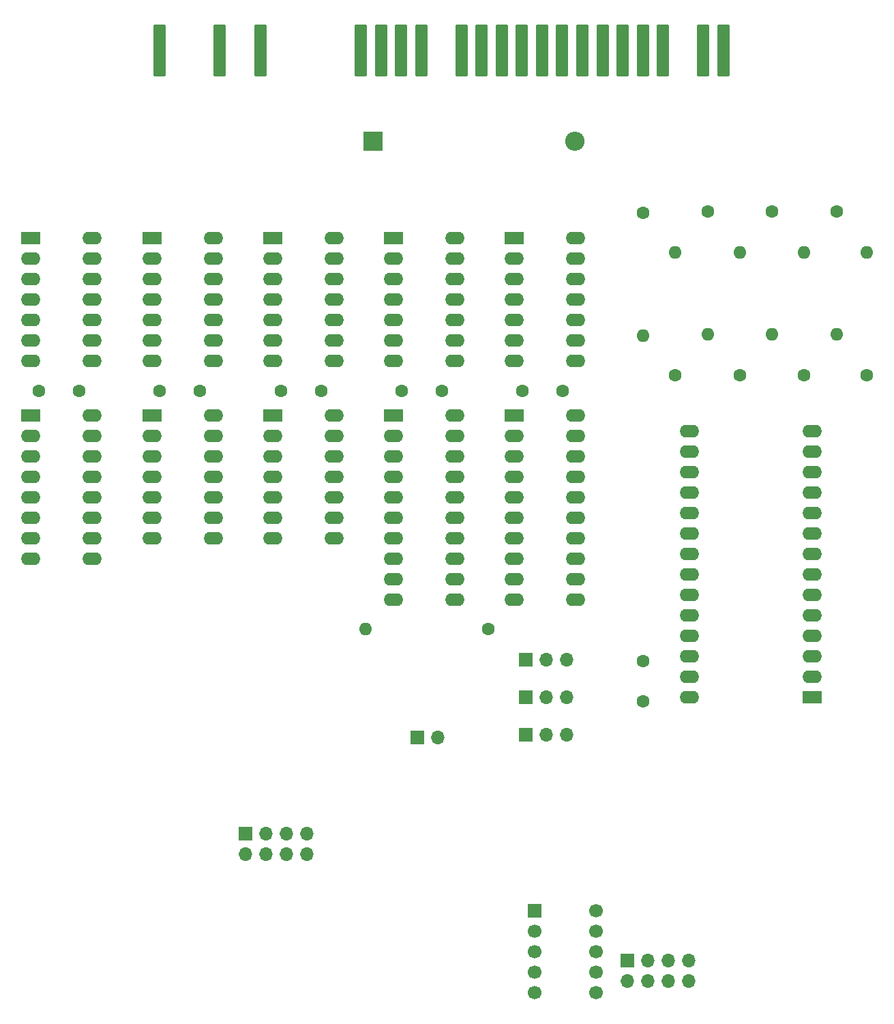
<source format=gbr>
%TF.GenerationSoftware,KiCad,Pcbnew,8.0.1*%
%TF.CreationDate,2024-04-14T22:32:59+02:00*%
%TF.ProjectId,M062.2,4d303632-2e32-42e6-9b69-6361645f7063,1*%
%TF.SameCoordinates,Original*%
%TF.FileFunction,Soldermask,Bot*%
%TF.FilePolarity,Negative*%
%FSLAX46Y46*%
G04 Gerber Fmt 4.6, Leading zero omitted, Abs format (unit mm)*
G04 Created by KiCad (PCBNEW 8.0.1) date 2024-04-14 22:32:59*
%MOMM*%
%LPD*%
G01*
G04 APERTURE LIST*
G04 Aperture macros list*
%AMRoundRect*
0 Rectangle with rounded corners*
0 $1 Rounding radius*
0 $2 $3 $4 $5 $6 $7 $8 $9 X,Y pos of 4 corners*
0 Add a 4 corners polygon primitive as box body*
4,1,4,$2,$3,$4,$5,$6,$7,$8,$9,$2,$3,0*
0 Add four circle primitives for the rounded corners*
1,1,$1+$1,$2,$3*
1,1,$1+$1,$4,$5*
1,1,$1+$1,$6,$7*
1,1,$1+$1,$8,$9*
0 Add four rect primitives between the rounded corners*
20,1,$1+$1,$2,$3,$4,$5,0*
20,1,$1+$1,$4,$5,$6,$7,0*
20,1,$1+$1,$6,$7,$8,$9,0*
20,1,$1+$1,$8,$9,$2,$3,0*%
G04 Aperture macros list end*
%ADD10RoundRect,0.150000X-0.600000X-3.100000X0.600000X-3.100000X0.600000X3.100000X-0.600000X3.100000X0*%
%ADD11R,2.400000X2.400000*%
%ADD12O,2.400000X2.400000*%
%ADD13R,2.400000X1.600000*%
%ADD14O,2.400000X1.600000*%
%ADD15C,1.600000*%
%ADD16O,1.600000X1.600000*%
%ADD17R,1.700000X1.700000*%
%ADD18C,1.700000*%
%ADD19O,1.700000X1.700000*%
G04 APERTURE END LIST*
D10*
%TO.C,X1*%
X186960000Y-44700000D03*
X184460000Y-44700000D03*
X179460000Y-44700000D03*
X176960000Y-44700000D03*
X174460000Y-44700000D03*
X171960000Y-44700000D03*
X169460000Y-44700000D03*
X166960000Y-44700000D03*
X164460000Y-44700000D03*
X161960000Y-44700000D03*
X159460000Y-44700000D03*
X156960000Y-44700000D03*
X154460000Y-44700000D03*
X149460000Y-44700000D03*
X146960000Y-44700000D03*
X144460000Y-44700000D03*
X141960000Y-44700000D03*
X129460000Y-44700000D03*
X124460000Y-44700000D03*
X116960000Y-44700000D03*
%TD*%
D11*
%TO.C,C1*%
X143500000Y-56000000D03*
D12*
X168500000Y-56000000D03*
%TD*%
D13*
%TO.C,U1*%
X116000000Y-68000000D03*
D14*
X116000000Y-70540000D03*
X116000000Y-73080000D03*
X116000000Y-75620000D03*
X116000000Y-78160000D03*
X116000000Y-80700000D03*
X116000000Y-83240000D03*
X123620000Y-83240000D03*
X123620000Y-80700000D03*
X123620000Y-78160000D03*
X123620000Y-75620000D03*
X123620000Y-73080000D03*
X123620000Y-70540000D03*
X123620000Y-68000000D03*
%TD*%
D15*
%TO.C,R6*%
X185000000Y-64680000D03*
D16*
X185000000Y-79920000D03*
%TD*%
D13*
%TO.C,U5*%
X101000000Y-90000000D03*
D14*
X101000000Y-92540000D03*
X101000000Y-95080000D03*
X101000000Y-97620000D03*
X101000000Y-100160000D03*
X101000000Y-102700000D03*
X101000000Y-105240000D03*
X101000000Y-107780000D03*
X108620000Y-107780000D03*
X108620000Y-105240000D03*
X108620000Y-102700000D03*
X108620000Y-100160000D03*
X108620000Y-97620000D03*
X108620000Y-95080000D03*
X108620000Y-92540000D03*
X108620000Y-90000000D03*
%TD*%
D15*
%TO.C,R3*%
X197000000Y-85000000D03*
D16*
X197000000Y-69760000D03*
%TD*%
D15*
%TO.C,R9*%
X157740000Y-116500000D03*
D16*
X142500000Y-116500000D03*
%TD*%
D15*
%TO.C,R7*%
X181000000Y-85000000D03*
D16*
X181000000Y-69760000D03*
%TD*%
D17*
%TO.C,U12*%
X163500000Y-151500000D03*
D18*
X163500000Y-154040000D03*
X163500000Y-156580000D03*
X163500000Y-159120000D03*
X163500000Y-161660000D03*
X171120000Y-161660000D03*
X171120000Y-159120000D03*
X171120000Y-156580000D03*
X171120000Y-154040000D03*
X171120000Y-151500000D03*
%TD*%
D13*
%TO.C,U11*%
X198000000Y-125000000D03*
D14*
X198000000Y-122460000D03*
X198000000Y-119920000D03*
X198000000Y-117380000D03*
X198000000Y-114840000D03*
X198000000Y-112300000D03*
X198000000Y-109760000D03*
X198000000Y-107220000D03*
X198000000Y-104680000D03*
X198000000Y-102140000D03*
X198000000Y-99600000D03*
X198000000Y-97060000D03*
X198000000Y-94520000D03*
X198000000Y-91980000D03*
X182760000Y-91980000D03*
X182760000Y-94520000D03*
X182760000Y-97060000D03*
X182760000Y-99600000D03*
X182760000Y-102140000D03*
X182760000Y-104680000D03*
X182760000Y-107220000D03*
X182760000Y-109760000D03*
X182760000Y-112300000D03*
X182760000Y-114840000D03*
X182760000Y-117380000D03*
X182760000Y-119920000D03*
X182760000Y-122460000D03*
X182760000Y-125000000D03*
%TD*%
D15*
%TO.C,R1*%
X204760000Y-85000000D03*
D16*
X204760000Y-69760000D03*
%TD*%
D15*
%TO.C,R2*%
X201000000Y-64680000D03*
D16*
X201000000Y-79920000D03*
%TD*%
D13*
%TO.C,U9*%
X131000000Y-68000000D03*
D14*
X131000000Y-70540000D03*
X131000000Y-73080000D03*
X131000000Y-75620000D03*
X131000000Y-78160000D03*
X131000000Y-80700000D03*
X131000000Y-83240000D03*
X138620000Y-83240000D03*
X138620000Y-80700000D03*
X138620000Y-78160000D03*
X138620000Y-75620000D03*
X138620000Y-73080000D03*
X138620000Y-70540000D03*
X138620000Y-68000000D03*
%TD*%
D17*
%TO.C,JP4*%
X162475000Y-120350000D03*
D19*
X165015000Y-120350000D03*
X167555000Y-120350000D03*
%TD*%
D13*
%TO.C,U2*%
X146000000Y-68000000D03*
D14*
X146000000Y-70540000D03*
X146000000Y-73080000D03*
X146000000Y-75620000D03*
X146000000Y-78160000D03*
X146000000Y-80700000D03*
X146000000Y-83240000D03*
X153620000Y-83240000D03*
X153620000Y-80700000D03*
X153620000Y-78160000D03*
X153620000Y-75620000D03*
X153620000Y-73080000D03*
X153620000Y-70540000D03*
X153620000Y-68000000D03*
%TD*%
D15*
%TO.C,C7*%
X177000000Y-125500000D03*
X177000000Y-120500000D03*
%TD*%
D13*
%TO.C,U3*%
X116000000Y-90000000D03*
D14*
X116000000Y-92540000D03*
X116000000Y-95080000D03*
X116000000Y-97620000D03*
X116000000Y-100160000D03*
X116000000Y-102700000D03*
X116000000Y-105240000D03*
X123620000Y-105240000D03*
X123620000Y-102700000D03*
X123620000Y-100160000D03*
X123620000Y-97620000D03*
X123620000Y-95080000D03*
X123620000Y-92540000D03*
X123620000Y-90000000D03*
%TD*%
D17*
%TO.C,JP2*%
X149000000Y-130000000D03*
D19*
X151540000Y-130000000D03*
%TD*%
D15*
%TO.C,C5*%
X152000000Y-87000000D03*
X147000000Y-87000000D03*
%TD*%
D17*
%TO.C,J1*%
X127650000Y-141875000D03*
D19*
X127650000Y-144415000D03*
X130190000Y-141875000D03*
X130190000Y-144415000D03*
X132730000Y-141875000D03*
X132730000Y-144415000D03*
X135270000Y-141875000D03*
X135270000Y-144415000D03*
%TD*%
D15*
%TO.C,R4*%
X193000000Y-64680000D03*
D16*
X193000000Y-79920000D03*
%TD*%
D15*
%TO.C,C2*%
X107000000Y-87000000D03*
X102000000Y-87000000D03*
%TD*%
D13*
%TO.C,U8*%
X101000000Y-68000000D03*
D14*
X101000000Y-70540000D03*
X101000000Y-73080000D03*
X101000000Y-75620000D03*
X101000000Y-78160000D03*
X101000000Y-80700000D03*
X101000000Y-83240000D03*
X108620000Y-83240000D03*
X108620000Y-80700000D03*
X108620000Y-78160000D03*
X108620000Y-75620000D03*
X108620000Y-73080000D03*
X108620000Y-70540000D03*
X108620000Y-68000000D03*
%TD*%
D15*
%TO.C,R8*%
X177000000Y-64840000D03*
D16*
X177000000Y-80080000D03*
%TD*%
D13*
%TO.C,U7*%
X161000000Y-90000000D03*
D14*
X161000000Y-92540000D03*
X161000000Y-95080000D03*
X161000000Y-97620000D03*
X161000000Y-100160000D03*
X161000000Y-102700000D03*
X161000000Y-105240000D03*
X161000000Y-107780000D03*
X161000000Y-110320000D03*
X161000000Y-112860000D03*
X168620000Y-112860000D03*
X168620000Y-110320000D03*
X168620000Y-107780000D03*
X168620000Y-105240000D03*
X168620000Y-102700000D03*
X168620000Y-100160000D03*
X168620000Y-97620000D03*
X168620000Y-95080000D03*
X168620000Y-92540000D03*
X168620000Y-90000000D03*
%TD*%
D15*
%TO.C,R5*%
X189000000Y-85000000D03*
D16*
X189000000Y-69760000D03*
%TD*%
D15*
%TO.C,C6*%
X167000000Y-87000000D03*
X162000000Y-87000000D03*
%TD*%
%TO.C,C3*%
X122000000Y-87000000D03*
X117000000Y-87000000D03*
%TD*%
D13*
%TO.C,U4*%
X161000000Y-68000000D03*
D14*
X161000000Y-70540000D03*
X161000000Y-73080000D03*
X161000000Y-75620000D03*
X161000000Y-78160000D03*
X161000000Y-80700000D03*
X161000000Y-83240000D03*
X168620000Y-83240000D03*
X168620000Y-80700000D03*
X168620000Y-78160000D03*
X168620000Y-75620000D03*
X168620000Y-73080000D03*
X168620000Y-70540000D03*
X168620000Y-68000000D03*
%TD*%
D15*
%TO.C,C4*%
X137000000Y-87000000D03*
X132000000Y-87000000D03*
%TD*%
D13*
%TO.C,U10*%
X146000000Y-90000000D03*
D14*
X146000000Y-92540000D03*
X146000000Y-95080000D03*
X146000000Y-97620000D03*
X146000000Y-100160000D03*
X146000000Y-102700000D03*
X146000000Y-105240000D03*
X146000000Y-107780000D03*
X146000000Y-110320000D03*
X146000000Y-112860000D03*
X153620000Y-112860000D03*
X153620000Y-110320000D03*
X153620000Y-107780000D03*
X153620000Y-105240000D03*
X153620000Y-102700000D03*
X153620000Y-100160000D03*
X153620000Y-97620000D03*
X153620000Y-95080000D03*
X153620000Y-92540000D03*
X153620000Y-90000000D03*
%TD*%
D17*
%TO.C,JP1*%
X162475000Y-129650000D03*
D19*
X165015000Y-129650000D03*
X167555000Y-129650000D03*
%TD*%
D17*
%TO.C,JP3*%
X162475000Y-125000000D03*
D19*
X165015000Y-125000000D03*
X167555000Y-125000000D03*
%TD*%
D13*
%TO.C,U6*%
X131000000Y-90000000D03*
D14*
X131000000Y-92540000D03*
X131000000Y-95080000D03*
X131000000Y-97620000D03*
X131000000Y-100160000D03*
X131000000Y-102700000D03*
X131000000Y-105240000D03*
X138620000Y-105240000D03*
X138620000Y-102700000D03*
X138620000Y-100160000D03*
X138620000Y-97620000D03*
X138620000Y-95080000D03*
X138620000Y-92540000D03*
X138620000Y-90000000D03*
%TD*%
D17*
%TO.C,J2*%
X175080000Y-157660000D03*
D19*
X175080000Y-160200000D03*
X177620000Y-157660000D03*
X177620000Y-160200000D03*
X180160000Y-157660000D03*
X180160000Y-160200000D03*
X182700000Y-157660000D03*
X182700000Y-160200000D03*
%TD*%
M02*

</source>
